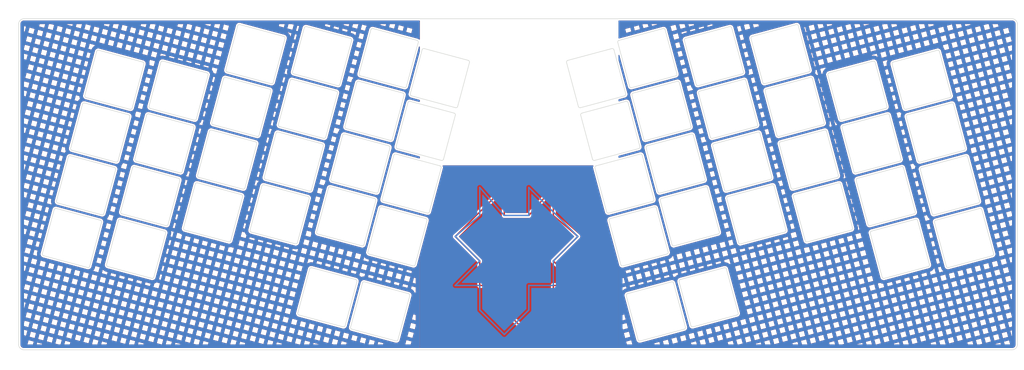
<source format=kicad_pcb>
(kicad_pcb (version 20220131) (generator pcbnew)
  (title_block (title "plate") (rev "v1.0.0") (company "Unknown"))
  (layers (0 "F.Cu" signal) (31 "B.Cu" signal) (34 "B.Paste" user) (35 "F.Paste" user) (36 "B.SilkS" user "B.Silkscreen") (37 "F.SilkS" user "F.Silkscreen") (38 "B.Mask" user) (39 "F.Mask" user) (44 "Edge.Cuts" user))
  (net 0 "")
  (gr_line (start 212 181.5) (end 212 174.5) (stroke (width 0.4)) (layer "F.Cu"))
  (gr_line (start 219 188.5) (end 212 181.5) (stroke (width 0.4)) (layer "F.Cu"))
  (gr_line (start 226 154.5) (end 233 160.5) (stroke (width 0.4)) (layer "F.Cu"))
  (gr_line (start 219 154.5) (end 226 146.5) (stroke (width 0.4)) (layer "F.Cu"))
  (gr_line (start 233 174.5) (end 226 174.5) (stroke (width 0.4)) (layer "F.Cu"))
  (gr_line (start 233 160.5) (end 226 167.5) (stroke (width 0.4)) (layer "F.Cu"))
  (gr_line (start 212 146.5) (end 212 154.5) (stroke (width 0.4)) (layer "F.Cu"))
  (gr_line (start 212 154.5) (end 219 154.5) (stroke (width 0.4)) (layer "F.Cu"))
  (gr_line (start 205 174.5) (end 205 167.5) (stroke (width 0.4)) (layer "F.Cu"))
  (gr_line (start 212 174.5) (end 205 174.5) (stroke (width 0.4)) (layer "F.Cu"))
  (gr_line (start 226 181.5) (end 219 188.5) (stroke (width 0.4)) (layer "F.Cu"))
  (gr_line (start 198 160.5) (end 212 146.5) (stroke (width 0.4)) (layer "F.Cu"))
  (gr_line (start 226 174.5) (end 226 181.5) (stroke (width 0.4)) (layer "F.Cu"))
  (gr_line (start 205 167.5) (end 198 160.5) (stroke (width 0.4)) (layer "F.Cu"))
  (gr_line (start 226 167.5) (end 233 174.5) (stroke (width 0.4)) (layer "F.Cu"))
  (gr_line (start 226 146.5) (end 226 154.5) (stroke (width 0.4)) (layer "F.Cu"))
  (gr_line (start 226 174.5) (end 219 174.5) (stroke (width 0.4)) (layer "B.Cu"))
  (gr_line (start 233 160.5) (end 226 167.5) (stroke (width 0.4)) (layer "B.Cu"))
  (gr_line (start 219 154.5) (end 219 146.5) (stroke (width 0.4)) (layer "B.Cu"))
  (gr_line (start 198 174.5) (end 205 167.5) (stroke (width 0.4)) (layer "B.Cu"))
  (gr_line (start 205 146.5) (end 212 154.5) (stroke (width 0.4)) (layer "B.Cu"))
  (gr_line (start 212 188.5) (end 205 181.5) (stroke (width 0.4)) (layer "B.Cu"))
  (gr_line (start 198 160.5) (end 205 154.5) (stroke (width 0.4)) (layer "B.Cu"))
  (gr_line (start 212 154.5) (end 219 154.5) (stroke (width 0.4)) (layer "B.Cu"))
  (gr_line (start 226 167.5) (end 226 174.5) (stroke (width 0.4)) (layer "B.Cu"))
  (gr_line (start 205 154.5) (end 205 146.5) (stroke (width 0.4)) (layer "B.Cu"))
  (gr_line (start 219 146.5) (end 233 160.5) (stroke (width 0.4)) (layer "B.Cu"))
  (gr_line (start 219 174.5) (end 219 181.5) (stroke (width 0.4)) (layer "B.Cu"))
  (gr_line (start 205 167.5) (end 198 160.5) (stroke (width 0.4)) (layer "B.Cu"))
  (gr_line (start 219 181.5) (end 212 188.5) (stroke (width 0.4)) (layer "B.Cu"))
  (gr_line (start 205 181.5) (end 205 174.5) (stroke (width 0.4)) (layer "B.Cu"))
  (gr_line (start 205 174.5) (end 198 174.5) (stroke (width 0.4)) (layer "B.Cu"))
  (gr_arc (start 339.609681 122.3476) (mid 339.98909 122.39755) (end 340.222053 122.701152) (stroke (width 0.15)) (layer "Edge.Cuts"))
  (gr_arc (start 330.676112 139.235208) (mid 330.296702 139.185258) (end 330.063739 138.881655) (stroke (width 0.15)) (layer "Edge.Cuts"))
  (gr_arc (start 128.874121 128.543163) (mid 128.570518 128.3102) (end 128.520567 127.930791) (stroke (width 0.15)) (layer "Edge.Cuts"))
  (gr_line (start 250.784524 190.354521) (end 263.341559 186.989873) (stroke (width 0.15)) (layer "Edge.Cuts"))
  (gr_line (start 74.91934 192.87934) (end 356.91934 192.87934) (stroke (width 0.15)) (layer "Edge.Cuts"))
  (gr_line (start 246.72166 121.872603) (end 234.164625 125.23725) (stroke (width 0.15)) (layer "Edge.Cuts"))
  (gr_arc (start 193.636477 140.305693) (mid 193.94008 140.538656) (end 193.990031 140.918065) (stroke (width 0.15)) (layer "Edge.Cuts"))
  (gr_line (start 347.624278 150.326631) (end 344.259631 137.769595) (stroke (width 0.15)) (layer "Edge.Cuts"))
  (gr_line (start 155.98143 149.083962) (end 143.424394 145.719314) (stroke (width 0.15)) (layer "Edge.Cuts"))
  (gr_line (start 237.788091 138.760212) (end 250.345127 135.395564) (stroke (width 0.15)) (layer "Edge.Cuts"))
  (gr_line (start 311.393266 158.067677) (end 308.028619 145.510641) (stroke (width 0.15)) (layer "Edge.Cuts"))
  (gr_arc (start 161.04549 132.116484) (mid 160.812527 132.420087) (end 160.433118 132.470038) (stroke (width 0.15)) (layer "Edge.Cuts"))
  (gr_arc (start 164.056584 118.947076) (mid 164.360187 119.180039) (end 164.410138 119.559448) (stroke (width 0.15)) (layer "Edge.Cuts"))
  (gr_arc (start 246.807504 177.443932) (mid 246.857454 177.064522) (end 247.161057 176.831559) (stroke (width 0.15)) (layer "Edge.Cuts"))
  (gr_line (start 288.353728 143.561461) (end 284.989081 131.004425) (stroke (width 0.15)) (layer "Edge.Cuts"))
  (gr_line (start 265.374747 131.213098) (end 252.817711 134.577746) (stroke (width 0.15)) (layer "Edge.Cuts"))
  (gr_line (start 320.428705 172.469876) (end 332.985741 169.105229) (stroke (width 0.15)) (layer "Edge.Cuts"))
  (gr_line (start 290.46808 134.065665) (end 293.832728 146.6227) (stroke (width 0.15)) (layer "Edge.Cuts"))
  (gr_arc (start 356.91934 98.27934) (mid 357.98 98.71868) (end 358.41934 99.77934) (stroke (width 0.15)) (layer "Edge.Cuts"))
  (gr_arc (start 261.33717 116.144655) (mid 261.716579 116.194606) (end 261.949542 116.498209) (stroke (width 0.15)) (layer "Edge.Cuts"))
  (gr_arc (start 252.4036 133.032265) (mid 252.024191 132.982314) (end 251.791228 132.678711) (stroke (width 0.15)) (layer "Edge.Cuts"))
  (gr_line (start 138.005952 146.6227) (end 141.370599 134.065665) (stroke (width 0.15)) (layer "Edge.Cuts"))
  (gr_arc (start 263.695112 186.377502) (mid 263.645162 186.756911) (end 263.341559 186.989873) (stroke (width 0.15)) (layer "Edge.Cuts"))
  (gr_arc (start 343.586701 135.258188) (mid 343.536751 135.637598) (end 343.233148 135.870561) (stroke (width 0.15)) (layer "Edge.Cuts"))
  (gr_arc (start 180.46707 137.294598) (mid 180.700033 136.990996) (end 181.079442 136.941046) (stroke (width 0.15)) (layer "Edge.Cuts"))
  (gr_line (start 123.108595 128.810029) (end 110.551559 125.445381) (stroke (width 0.15)) (layer "Edge.Cuts"))
  (gr_arc (start 132.911697 113.474721) (mid 132.608094 113.241758) (end 132.558144 112.862348) (stroke (width 0.15)) (layer "Edge.Cuts"))
  (gr_arc (start 237.788091 138.760212) (mid 237.408682 138.710261) (end 237.175719 138.406658) (stroke (width 0.15)) (layer "Edge.Cuts"))
  (gr_line (start 128.874121 128.543163) (end 141.431157 131.907811) (stroke (width 0.15)) (layer "Edge.Cuts"))
  (gr_line (start 139.800928 159.242276) (end 152.357963 162.606923) (stroke (width 0.15)) (layer "Edge.Cuts"))
  (gr_arc (start 156.439771 169.782888) (mid 156.672734 169.479285) (end 157.052144 169.429335) (stroke (width 0.15)) (layer "Edge.Cuts"))
  (gr_arc (start 177.455976 150.464007) (mid 177.152373 150.231044) (end 177.102422 149.851635) (stroke (width 0.15)) (layer "Edge.Cuts"))
  (gr_line (start 173.926714 101.429766) (end 170.562067 113.986802) (stroke (width 0.15)) (layer "Edge.Cuts"))
  (gr_line (start 161.813983 146.635095) (end 158.449335 159.19213) (stroke (width 0.15)) (layer "Edge.Cuts"))
  (gr_line (start 170.91562 114.599174) (end 183.472656 117.963822) (stroke (width 0.15)) (layer "Edge.Cuts"))
  (gr_line (start 256.501735 150.258561) (end 259.866382 162.815597) (stroke (width 0.15)) (layer "Edge.Cuts"))
  (gr_line (start 292.391305 158.629904) (end 289.026658 146.072868) (stroke (width 0.15)) (layer "Edge.Cuts"))
  (gr_line (start 343.586701 135.258188) (end 340.222053 122.701152) (stroke (width 0.15)) (layer "Edge.Cuts"))
  (gr_line (start 252.403601 133.032265) (end 264.960636 129.667617) (stroke (width 0.15)) (layer "Edge.Cuts"))
  (gr_arc (start 229.773494 110.781179) (mid 229.823445 110.40177) (end 230.127048 110.168807) (stroke (width 0.15)) (layer "Edge.Cuts"))
  (gr_line (start 120.097501 141.979437) (end 123.462149 129.422401) (stroke (width 0.15)) (layer "Edge.Cuts"))
  (gr_arc (start 115.033442 158.946915) (mid 115.337044 159.179878) (end 115.386994 159.559287) (stroke (width 0.15)) (layer "Edge.Cuts"))
  (gr_line (start 142.043529 131.554257) (end 145.408176 118.997222) (stroke (width 0.15)) (layer "Edge.Cuts"))
  (gr_line (start 174.983391 149.646189) (end 162.426355 146.281541) (stroke (width 0.15)) (layer "Edge.Cuts"))
  (gr_line (start 278.763556 182.339924) (end 275.398908 169.782888) (stroke (width 0.15)) (layer "Edge.Cuts"))
  (gr_line (start 169.889137 116.498209) (end 166.52449 129.055245) (stroke (width 0.15)) (layer "Edge.Cuts"))
  (gr_arc (start 139.800928 159.242276) (mid 139.497325 159.009313) (end 139.447374 158.629904) (stroke (width 0.15)) (layer "Edge.Cuts"))
  (gr_arc (start 329.362274 155.582267) (mid 329.741684 155.632217) (end 329.974647 155.93582) (stroke (width 0.15)) (layer "Edge.Cuts"))
  (gr_line (start 184.677622 176.831559) (end 172.120586 173.466912) (stroke (width 0.15)) (layer "Edge.Cuts"))
  (gr_arc (start 279.480715 162.606923) (mid 279.101306 162.556973) (end 278.868344 162.25337) (stroke (width 0.15)) (layer "Edge.Cuts"))
  (gr_line (start 146.081106 116.485815) (end 149.445754 103.928779) (stroke (width 0.15)) (layer "Edge.Cuts"))
  (gr_arc (start 252.464158 135.190119) (mid 252.514108 134.810709) (end 252.817711 134.577746) (stroke (width 0.15)) (layer "Edge.Cuts"))
  (gr_arc (start 142.812022 146.072868) (mid 143.044985 145.769265) (end 143.424394 145.719314) (stroke (width 0.15)) (layer "Edge.Cuts"))
  (gr_arc (start 189.5989 155.374136) (mid 189.902503 155.607099) (end 189.952454 155.986508) (stroke (width 0.15)) (layer "Edge.Cuts"))
  (gr_line (start 330.676112 139.235208) (end 343.233148 135.870561) (stroke (width 0.15)) (layer "Edge.Cuts"))
  (gr_arc (start 80.530378 166.007446) (mid 80.226775 165.774483) (end 80.176824 165.395074) (stroke (width 0.15)) (layer "Edge.Cuts"))
  (gr_arc (start 150.887177 115.935982) (mid 151.120139 115.632379) (end 151.499548 115.582429) (stroke (width 0.15)) (layer "Edge.Cuts"))
  (gr_line (start 80.530378 166.007446) (end 93.087413 169.372094) (stroke (width 0.15)) (layer "Edge.Cuts"))
  (gr_arc (start 338.751265 169.372093) (mid 338.371856 169.322143) (end 338.138894 169.01854) (stroke (width 0.15)) (layer "Edge.Cuts"))
  (gr_arc (start 246.72166 121.872603) (mid 247.10107 121.922553) (end 247.334033 122.226156) (stroke (width 0.15)) (layer "Edge.Cuts"))
  (gr_arc (start 241.886225 155.986508) (mid 241.936176 155.607099) (end 242.239779 155.374136) (stroke (width 0.15)) (layer "Edge.Cuts"))
  (gr_line (start 95.654203 107.63271) (end 92.289556 120.189745) (stroke (width 0.15)) (layer "Edge.Cuts"))
  (gr_line (start 96.71088 155.849132) (end 84.153844 152.484485) (stroke (width 0.15)) (layer "Edge.Cuts"))
  (gr_line (start 161.04549 132.116484) (end 164.410138 119.559448) (stroke (width 0.15)) (layer "Edge.Cuts"))
  (gr_arc (start 98.852938 169.105229) (mid 98.549335 168.872266) (end 98.499385 168.492856) (stroke (width 0.15)) (layer "Edge.Cuts"))
  (gr_line (start 83.541472 152.838038) (end 80.176824 165.395074) (stroke (width 0.15)) (layer "Edge.Cuts"))
  (gr_arc (start 321.28712 125.445381) (mid 321.666529 125.495332) (end 321.899492 125.798935) (stroke (width 0.15)) (layer "Edge.Cuts"))
  (gr_line (start 168.094161 103.878633) (end 155.537125 100.513986) (stroke (width 0.15)) (layer "Edge.Cuts"))
  (gr_arc (start 312.414109 144.490844) (mid 312.464059 144.111435) (end 312.767661 143.878472) (stroke (width 0.15)) (layer "Edge.Cuts"))
  (gr_line (start 176.429492 152.363042) (end 173.064845 164.920078) (stroke (width 0.15)) (layer "Edge.Cuts"))
  (gr_arc (start 180.047451 132.678711) (mid 179.814488 132.982314) (end 179.435079 133.032265) (stroke (width 0.15)) (layer "Edge.Cuts"))
  (gr_line (start 260.478755 163.16915) (end 273.035791 159.804503) (stroke (width 0.15)) (layer "Edge.Cuts"))
  (gr_arc (start 119.071019 143.878471) (mid 119.374622 144.111434) (end 119.424572 144.490844) (stroke (width 0.15)) (layer "Edge.Cuts"))
  (gr_line (start 286.369946 116.839368) (end 298.926982 113.47472) (stroke (width 0.15)) (layer "Edge.Cuts"))
  (gr_arc (start 250.759238 136.941045) (mid 251.138647 136.990996) (end 251.37161 137.294599) (stroke (width 0.15)) (layer "Edge.Cuts"))
  (gr_line (start 110.96567 123.8999) (end 123.522706 127.264547) (stroke (width 0.15)) (layer "Edge.Cuts"))
  (gr_line (start 189.598901 155.374136) (end 177.041865 152.009488) (stroke (width 0.15)) (layer "Edge.Cuts"))
  (gr_arc (start 138.005952 146.622701) (mid 137.772989 146.926304) (end 137.393579 146.976254) (stroke (width 0.15)) (layer "Edge.Cuts"))
  (gr_line (start 184.504647 122.226156) (end 181.139999 134.783192) (stroke (width 0.15)) (layer "Edge.Cuts"))
  (gr_line (start 151.913659 114.036947) (end 164.470695 117.401595) (stroke (width 0.15)) (layer "Edge.Cuts"))
  (gr_arc (start 261.875947 173.406355) (mid 261.925897 173.026945) (end 262.2295 172.793982) (stroke (width 0.15)) (layer "Edge.Cuts"))
  (gr_arc (start 158.802888 159.804503) (mid 158.499285 159.57154) (end 158.449335 159.19213) (stroke (width 0.15)) (layer "Edge.Cuts"))
  (gr_line (start 261.276613 113.986802) (end 257.911965 101.429766) (stroke (width 0.15)) (layer "Edge.Cuts"))
  (gr_line (start 131.885215 115.373755) (end 128.520567 127.930791) (stroke (width 0.15)) (layer "Edge.Cuts"))
  (gr_line (start 317.249543 110.376938) (end 304.692507 113.741586) (stroke (width 0.15)) (layer "Edge.Cuts"))
  (gr_line (start 171.508214 173.820465) (end 168.143567 186.377501) (stroke (width 0.15)) (layer "Edge.Cuts"))
  (gr_line (start 102.890516 154.036786) (end 115.447552 157.401433) (stroke (width 0.15)) (layer "Edge.Cuts"))
  (gr_arc (start 333.339294 168.492856) (mid 333.289344 168.872266) (end 332.985741 169.105229) (stroke (width 0.15)) (layer "Edge.Cuts"))
  (gr_line (start 180.467069 137.294599) (end 177.102422 149.851635) (stroke (width 0.15)) (layer "Edge.Cuts"))
  (gr_line (start 162.840466 144.73606) (end 175.397502 148.100707) (stroke (width 0.15)) (layer "Edge.Cuts"))
  (gr_arc (start 295.303515 99.95176) (mid 295.682924 100.00171) (end 295.915887 100.305312) (stroke (width 0.15)) (layer "Edge.Cuts"))
  (gr_arc (start 280.278574 113.424575) (mid 280.228623 113.803984) (end 279.92502 114.036947) (stroke (width 0.15)) (layer "Edge.Cuts"))
  (gr_line (start 87.579049 137.769595) (end 84.214401 150.326631) (stroke (width 0.15)) (layer "Edge.Cuts"))
  (gr_arc (start 330.736669 141.393062) (mid 330.786619 141.013652) (end 331.090222 140.780689) (stroke (width 0.15)) (layer "Edge.Cuts"))
  (gr_line (start 280.339131 115.582429) (end 267.782095 118.947076) (stroke (width 0.15)) (layer "Edge.Cuts"))
  (gr_line (start 135.922792 100.305312) (end 132.558144 112.862348) (stroke (width 0.15)) (layer "Edge.Cuts"))
  (gr_arc (start 88.605531 135.870561) (mid 88.301928 135.637598) (end 88.251978 135.258188) (stroke (width 0.15)) (layer "Edge.Cuts"))
  (gr_line (start 334.774246 156.461505) (end 338.138894 169.01854) (stroke (width 0.15)) (layer "Edge.Cuts"))
  (gr_line (start 284.376708 130.650871) (end 271.819672 134.015519) (stroke (width 0.15)) (layer "Edge.Cuts"))
  (gr_arc (start 112.022347 172.116322) (mid 111.789384 172.419925) (end 111.409975 172.469876) (stroke (width 0.15)) (layer "Edge.Cuts"))
  (gr_line (start 290.407523 131.907811) (end 302.964559 128.543163) (stroke (width 0.15)) (layer "Edge.Cuts"))
  (gr_arc (start 267.428542 119.559449) (mid 267.478492 119.180039) (end 267.782095 118.947076) (stroke (width 0.15)) (layer "Edge.Cuts"))
  (gr_line (start 335.572104 107.279156) (end 323.015068 110.643804) (stroke (width 0.15)) (layer "Edge.Cuts"))
  (gr_line (start 338.751266 169.372094) (end 351.308302 166.007446) (stroke (width 0.15)) (layer "Edge.Cuts"))
  (gr_arc (start 248.366023 117.963822) (mid 247.986614 117.913871) (end 247.753651 117.610268) (stroke (width 0.15)) (layer "Edge.Cuts"))
  (gr_arc (start 325.324697 140.513825) (mid 325.704106 140.563775) (end 325.937069 140.867377) (stroke (width 0.15)) (layer "Edge.Cuts"))
  (gr_line (start 91.616626 122.701152) (end 88.251978 135.258188) (stroke (width 0.15)) (layer "Edge.Cuts"))
  (gr_arc (start 326.638535 124.166765) (mid 326.259125 124.116815) (end 326.026162 123.813212) (stroke (width 0.15)) (layer "Edge.Cuts"))
  (gr_line (start 154.924753 100.867539) (end 151.560106 113.424575) (stroke (width 0.15)) (layer "Edge.Cuts"))
  (gr_arc (start 166.878043 129.667616) (mid 166.57444 129.434654) (end 166.52449 129.055245) (stroke (width 0.15)) (layer "Edge.Cuts"))
  (gr_line (start 279.480716 162.606923) (end 292.037752 159.242276) (stroke (width 0.15)) (layer "Edge.Cuts"))
  (gr_line (start 286.430503 118.997222) (end 289.79515 131.554257) (stroke (width 0.15)) (layer "Edge.Cuts"))
  (gr_line (start 256.441178 148.100707) (end 268.998214 144.73606) (stroke (width 0.15)) (layer "Edge.Cuts"))
  (gr_line (start 123.810061 145.510641) (end 120.445413 158.067677) (stroke (width 0.15)) (layer "Edge.Cuts"))
  (gr_arc (start 108.823611 110.643804) (mid 109.127214 110.876767) (end 109.177165 111.256176) (stroke (width 0.15)) (layer "Edge.Cuts"))
  (gr_line (start 316.391128 157.401433) (end 328.948164 154.036786) (stroke (width 0.15)) (layer "Edge.Cuts"))
  (gr_arc (start 326.699093 126.324619) (mid 326.749043 125.94521) (end 327.052645 125.712247) (stroke (width 0.15)) (layer "Edge.Cuts"))
  (gr_line (start 153.428677 182.952296) (end 165.985713 186.316944) (stroke (width 0.15)) (layer "Edge.Cuts"))
  (gr_line (start 329.301717 153.424413) (end 325.937069 140.867377) (stroke (width 0.15)) (layer "Edge.Cuts"))
  (gr_line (start 254.796815 152.009488) (end 242.239779 155.374136) (stroke (width 0.15)) (layer "Edge.Cuts"))
  (gr_arc (start 198.700538 123.338216) (mid 198.467575 123.641819) (end 198.088165 123.691769) (stroke (width 0.15)) (layer "Edge.Cuts"))
  (gr_arc (start 146.849599 131.004425) (mid 147.082562 130.700822) (end 147.461971 130.650871) (stroke (width 0.15)) (layer "Edge.Cuts"))
  (gr_line (start 312.414108 144.490844) (end 315.778755 157.04788) (stroke (width 0.15)) (layer "Edge.Cuts"))
  (gr_arc (start 298.482677 162.044697) (mid 298.103268 161.994746) (end 297.870305 161.691143) (stroke (width 0.15)) (layer "Edge.Cuts"))
  (gr_arc (start 286.369946 116.839368) (mid 285.990536 116.789418) (end 285.757573 116.485815) (stroke (width 0.15)) (layer "Edge.Cuts"))
  (gr_line (start 158.802889 159.804503) (end 171.359925 163.16915) (stroke (width 0.15)) (layer "Edge.Cuts"))
  (gr_line (start 288.414285 145.719314) (end 275.857249 149.083962) (stroke (width 0.15)) (layer "Edge.Cuts"))
  (gr_arc (start 343.647258 137.416042) (mid 344.026668 137.465992) (end 344.259631 137.769595) (stroke (width 0.15)) (layer "Edge.Cuts"))
  (gr_arc (start 303.378669 130.088645) (mid 303.758079 130.138595) (end 303.991042 130.442198) (stroke (width 0.15)) (layer "Edge.Cuts"))
  (gr_line (start 244.389004 105.053232) (end 247.753651 117.610268) (stroke (width 0.15)) (layer "Edge.Cuts"))
  (gr_arc (start 299.280534 112.862348) (mid 299.230584 113.241757) (end 298.926982 113.47472) (stroke (width 0.15)) (layer "Edge.Cuts"))
  (gr_line (start 271.405562 132.470038) (end 283.962598 129.10539) (stroke (width 0.15)) (layer "Edge.Cuts"))
  (gr_line (start 241.825668 153.828655) (end 254.382704 150.464007) (stroke (width 0.15)) (layer "Edge.Cuts"))
  (gr_arc (start 155.981429 149.083962) (mid 156.285032 149.316925) (end 156.334983 149.696334) (stroke (width 0.15)) (layer "Edge.Cuts"))
  (gr_line (start 98.852939 169.105229) (end 111.409975 172.469876) (stroke (width 0.15)) (layer "Edge.Cuts"))
  (gr_arc (start 258.773835 164.920078) (mid 258.723884 165.299487) (end 258.420281 165.53245) (stroke (width 0.15)) (layer "Edge.Cuts"))
  (gr_arc (start 265.852966 186.316944) (mid 265.473557 186.266993) (end 265.240594 185.96339) (stroke (width 0.15)) (layer "Edge.Cuts"))
  (gr_arc (start 334.713689 154.303651) (mid 334.334279 154.253701) (end 334.101316 153.950098) (stroke (width 0.15)) (layer "Edge.Cuts"))
  (gr_line (start 187.096122 104.44086) (end 174.539087 101.076213) (stroke (width 0.15)) (layer "Edge.Cuts"))
  (gr_line (start 119.071018 143.878472) (end 106.513982 140.513824) (stroke (width 0.15)) (layer "Edge.Cuts"))
  (gr_line (start 330.736669 141.393062) (end 334.101316 153.950098) (stroke (width 0.15)) (layer "Edge.Cuts"))
  (gr_line (start 322.661515 111.256176) (end 326.026162 123.813212) (stroke (width 0.15)) (layer "Edge.Cuts"))
  (gr_line (start 329.362274 155.582267) (end 316.805238 158.946914) (stroke (width 0.15)) (layer "Edge.Cuts"))
  (gr_arc (start 171.508214 173.820466) (mid 171.741177 173.516863) (end 172.120586 173.466912) (stroke (width 0.15)) (layer "Edge.Cuts"))
  (gr_line (start 198.700538 123.338216) (end 202.065185 110.78118) (stroke (width 0.15)) (layer "Edge.Cuts"))
  (gr_line (start 265.852967 186.316944) (end 278.410002 182.952296) (stroke (width 0.15)) (layer "Edge.Cuts"))
  (gr_arc (start 256.441178 148.100707) (mid 256.061768 148.050757) (end 255.828805 147.747154) (stroke (width 0.15)) (layer "Edge.Cuts"))
  (gr_arc (start 276.301553 100.513986) (mid 276.680963 100.563936) (end 276.913926 100.867539) (stroke (width 0.15)) (layer "Edge.Cuts"))
  (gr_arc (start 284.316151 128.493017) (mid 284.266201 128.872427) (end 283.962598 129.10539) (stroke (width 0.15)) (layer "Edge.Cuts"))
  (gr_arc (start 271.466119 134.627892) (mid 271.516069 134.248482) (end 271.819672 134.015519) (stroke (width 0.15)) (layer "Edge.Cuts"))
  (gr_line (start 100.748457 140.780689) (end 88.191421 137.416042) (stroke (width 0.15)) (layer "Edge.Cuts"))
  (gr_arc (start 194.662961 138.406659) (mid 194.429998 138.710262) (end 194.050588 138.760212) (stroke (width 0.15)) (layer "Edge.Cuts"))
  (gr_line (start 257.299593 101.076213) (end 244.742557 104.44086) (stroke (width 0.15)) (layer "Edge.Cuts"))
  (gr_line (start 113.976764 110.730492) (end 110.612117 123.287527) (stroke (width 0.15)) (layer "Edge.Cuts"))
  (gr_line (start 326.638535 124.166765) (end 339.19557 120.802118) (stroke (width 0.15)) (layer "Edge.Cuts"))
  (gr_arc (start 307.355689 142.999233) (mid 307.305739 143.378643) (end 307.002136 143.611606) (stroke (width 0.15)) (layer "Edge.Cuts"))
  (gr_arc (start 237.848648 140.918065) (mid 237.898599 140.538656) (end 238.202202 140.305693) (stroke (width 0.15)) (layer "Edge.Cuts"))
  (gr_line (start 108.823611 110.643804) (end 96.266575 107.279156) (stroke (width 0.15)) (layer "Edge.Cuts"))
  (gr_line (start 246.807504 177.443932) (end 250.172151 190.000968) (stroke (width 0.15)) (layer "Edge.Cuts"))
  (gr_line (start 112.022347 172.116323) (end 115.386994 159.559287) (stroke (width 0.15)) (layer "Edge.Cuts"))
  (gr_arc (start 188.542224 107.157714) (mid 188.775187 106.854111) (end 189.154596 106.80416) (stroke (width 0.15)) (layer "Edge.Cuts"))
  (gr_arc (start 127.146172 113.741586) (mid 127.449775 113.974549) (end 127.499726 114.353958) (stroke (width 0.15)) (layer "Edge.Cuts"))
  (gr_arc (start 197.674055 125.23725) (mid 197.977658 125.470213) (end 198.027608 125.849623) (stroke (width 0.15)) (layer "Edge.Cuts"))
  (gr_line (start 106.928093 138.968343) (end 119.485129 142.33299) (stroke (width 0.15)) (layer "Edge.Cuts"))
  (gr_line (start 275.443139 147.538481) (end 288.000175 144.173833) (stroke (width 0.15)) (layer "Edge.Cuts"))
  (gr_line (start 105.90161 140.867377) (end 102.536962 153.424413) (stroke (width 0.15)) (layer "Edge.Cuts"))
  (gr_arc (start 73.41934 99.77934) (mid 73.85868 98.71868) (end 74.91934 98.27934) (stroke (width 0.15)) (layer "Edge.Cuts"))
  (gr_arc (start 246.661102 119.714749) (mid 246.611152 120.094158) (end 246.30755 120.327121) (stroke (width 0.15)) (layer "Edge.Cuts"))
  (gr_arc (start 339.549124 120.189746) (mid 339.499173 120.569155) (end 339.19557 120.802118) (stroke (width 0.15)) (layer "Edge.Cuts"))
  (gr_line (start 116.059924 157.04788) (end 119.424572 144.490844) (stroke (width 0.15)) (layer "Edge.Cuts"))
  (gr_line (start 269.351767 144.123687) (end 265.987119 131.566652) (stroke (width 0.15)) (layer "Edge.Cuts"))
  (gr_line (start 165.85156 131.566652) (end 162.486912 144.123687) (stroke (width 0.15)) (layer "Edge.Cuts"))
  (gr_line (start 246.661103 119.714749) (end 243.296456 107.157713) (stroke (width 0.15)) (layer "Edge.Cuts"))
  (gr_line (start 303.318112 127.930791) (end 299.953465 115.373755) (stroke (width 0.15)) (layer "Edge.Cuts"))
  (gr_arc (start 271.405561 132.470038) (mid 271.026152 132.420087) (end 270.793189 132.116484) (stroke (width 0.15)) (layer "Edge.Cuts"))
  (gr_line (start 303.378669 130.088645) (end 290.821633 133.453292) (stroke (width 0.15)) (layer "Edge.Cuts"))
  (gr_line (start 233.811071 125.849623) (end 237.175719 138.406658) (stroke (width 0.15)) (layer "Edge.Cuts"))
  (gr_line (start 166.878043 129.667617) (end 179.435079 133.032265) (stroke (width 0.15)) (layer "Edge.Cuts"))
  (gr_arc (start 259.718092 173.466912) (mid 260.097502 173.516862) (end 260.330465 173.820465) (stroke (width 0.15)) (layer "Edge.Cuts"))
  (gr_arc (start 83.541472 152.838039) (mid 83.774435 152.534436) (end 84.153844 152.484485) (stroke (width 0.15)) (layer "Edge.Cuts"))
  (gr_arc (start 106.928092 138.968342) (mid 106.62449 138.735379) (end 106.57454 138.35597) (stroke (width 0.15)) (layer "Edge.Cuts"))
  (gr_line (start 145.054623 118.384849) (end 132.497587 115.020202) (stroke (width 0.15)) (layer "Edge.Cuts"))
  (gr_arc (start 282.392926 103.928779) (mid 282.442876 103.549369) (end 282.746479 103.316406) (stroke (width 0.15)) (layer "Edge.Cuts"))
  (gr_arc (start 321.226563 123.287528) (mid 321.176612 123.666937) (end 320.873009 123.8999) (stroke (width 0.15)) (layer "Edge.Cuts"))
  (gr_arc (start 124.836544 143.611606) (mid 124.532941 143.378643) (end 124.48299 142.999234) (stroke (width 0.15)) (layer "Edge.Cuts"))
  (gr_arc (start 105.90161 140.867378) (mid 106.134573 140.563775) (end 106.513982 140.513824) (stroke (width 0.15)) (layer "Edge.Cuts"))
  (gr_arc (start 316.391128 157.401433) (mid 316.011718 157.351483) (end 315.778755 157.04788) (stroke (width 0.15)) (layer "Edge.Cuts"))
  (gr_arc (start 325.26414 138.355971) (mid 325.214189 138.73538) (end 324.910586 138.968343) (stroke (width 0.15)) (layer "Edge.Cuts"))
  (gr_arc (start 322.661515 111.256177) (mid 322.711465 110.876767) (end 323.015068 110.643804) (stroke (width 0.15)) (layer "Edge.Cuts"))
  (gr_arc (start 92.643108 120.802117) (mid 92.339506 120.569154) (end 92.289556 120.189745) (stroke (width 0.15)) (layer "Edge.Cuts"))
  (gr_line (start 261.33717 116.144655) (end 248.780134 119.509303) (stroke (width 0.15)) (layer "Edge.Cuts"))
  (gr_line (start 325.26414 138.35597) (end 321.899492 125.798935) (stroke (width 0.15)) (layer "Edge.Cuts"))
  (gr_line (start 339.549124 120.189745) (end 336.184476 107.63271) (stroke (width 0.15)) (layer "Edge.Cuts"))
  (gr_line (start 168.49712 186.989873) (end 181.054156 190.354521) (stroke (width 0.15)) (layer "Edge.Cuts"))
  (gr_line (start 197.674055 125.23725) (end 185.117019 121.872603) (stroke (width 0.15)) (layer "Edge.Cuts"))
  (gr_arc (start 299.341092 115.020202) (mid 299.720502 115.070152) (end 299.953465 115.373755) (stroke (width 0.15)) (layer "Edge.Cuts"))
  (gr_arc (start 181.666528 190.000967) (mid 181.433565 190.30457) (end 181.054156 190.354521) (stroke (width 0.15)) (layer "Edge.Cuts"))
  (gr_line (start 250.69868 134.783192) (end 247.334033 122.226156) (stroke (width 0.15)) (layer "Edge.Cuts"))
  (gr_line (start 237.848648 140.918065) (end 241.213296 153.475101) (stroke (width 0.15)) (layer "Edge.Cuts"))
  (gr_line (start 201.711632 110.168807) (end 189.154596 106.80416) (stroke (width 0.15)) (layer "Edge.Cuts"))
  (gr_arc (start 91.616626 122.701153) (mid 91.849589 122.39755) (end 92.228998 122.347599) (stroke (width 0.15)) (layer "Edge.Cuts"))
  (gr_line (start 181.666528 190.000968) (end 185.031176 177.443932) (stroke (width 0.15)) (layer "Edge.Cuts"))
  (gr_arc (start 294.445099 146.976253) (mid 294.06569 146.926303) (end 293.832728 146.6227) (stroke (width 0.15)) (layer "Edge.Cuts"))
  (gr_line (start 316.451685 159.559287) (end 319.816332 172.116323) (stroke (width 0.15)) (layer "Edge.Cuts"))
  (gr_line (start 294.505657 149.134107) (end 297.870305 161.691143) (stroke (width 0.15)) (layer "Edge.Cuts"))
  (gr_arc (start 248.426581 120.121676) (mid 248.476531 119.742266) (end 248.780134 119.509303) (stroke (width 0.15)) (layer "Edge.Cuts"))
  (gr_arc (start 100.748458 140.78069) (mid 101.05206 141.013653) (end 101.10201 141.393062) (stroke (width 0.15)) (layer "Edge.Cuts"))
  (gr_line (start 325.324697 140.513824) (end 312.767661 143.878472) (stroke (width 0.15)) (layer "Edge.Cuts"))
  (gr_line (start 97.737363 153.950098) (end 101.10201 141.393062) (stroke (width 0.15)) (layer "Edge.Cuts"))
  (gr_arc (start 242.684083 106.80416) (mid 243.063493 106.85411) (end 243.296456 107.157713) (stroke (width 0.15)) (layer "Edge.Cuts"))
  (gr_arc (start 320.428705 172.469876) (mid 320.049295 172.419926) (end 319.816332 172.116323) (stroke (width 0.15)) (layer "Edge.Cuts"))
  (gr_arc (start 161.813983 146.635095) (mid 162.046946 146.331492) (end 162.426355 146.281541) (stroke (width 0.15)) (layer "Edge.Cuts"))
  (gr_arc (start 265.374748 131.213099) (mid 265.754157 131.263049) (end 265.987119 131.566652) (stroke (width 0.15)) (layer "Edge.Cuts"))
  (gr_arc (start 145.054624 118.38485) (mid 145.358226 118.617813) (end 145.408176 118.997222) (stroke (width 0.15)) (layer "Edge.Cuts"))
  (gr_arc (start 147.876082 129.10539) (mid 147.572479 128.872427) (end 147.522528 128.493018) (stroke (width 0.15)) (layer "Edge.Cuts"))
  (gr_line (start 133.968375 161.691143) (end 137.333022 149.134107) (stroke (width 0.15)) (layer "Edge.Cuts"))
  (gr_line (start 120.798966 158.680049) (end 133.356002 162.044697) (stroke (width 0.15)) (layer "Edge.Cuts"))
  (gr_arc (start 105.812517 123.813211) (mid 105.579554 124.116814) (end 105.200145 124.166765) (stroke (width 0.15)) (layer "Edge.Cuts"))
  (gr_arc (start 176.429492 152.363041) (mid 176.662455 152.059438) (end 177.041865 152.009488) (stroke (width 0.15)) (layer "Edge.Cuts"))
  (gr_line (start 269.412324 146.281541) (end 256.855288 149.646189) (stroke (width 0.15)) (layer "Edge.Cuts"))
  (gr_arc (start 179.020968 134.577746) (mid 179.324571 134.810709) (end 179.374522 135.190118) (stroke (width 0.15)) (layer "Edge.Cuts"))
  (gr_line (start 267.367985 117.401595) (end 279.92502 114.036947) (stroke (width 0.15)) (layer "Edge.Cuts"))
  (gr_arc (start 113.976764 110.730491) (mid 114.209727 110.426888) (end 114.589137 110.376938) (stroke (width 0.15)) (layer "Edge.Cuts"))
  (gr_arc (start 304.338954 114.353959) (mid 304.388904 113.974549) (end 304.692507 113.741586) (stroke (width 0.15)) (layer "Edge.Cuts"))
  (gr_arc (start 267.367984 117.401595) (mid 266.988575 117.351644) (end 266.755612 117.048041) (stroke (width 0.15)) (layer "Edge.Cuts"))
  (gr_arc (start 104.786035 125.712246) (mid 105.089638 125.945209) (end 105.139588 126.324619) (stroke (width 0.15)) (layer "Edge.Cuts"))
  (gr_line (start 152.970336 162.25337) (end 156.334983 149.696334) (stroke (width 0.15)) (layer "Edge.Cuts"))
  (gr_arc (start 101.864033 155.935821) (mid 102.096996 155.632218) (end 102.476405 155.582267) (stroke (width 0.15)) (layer "Edge.Cuts"))
  (gr_arc (start 334.774246 156.461505) (mid 334.824196 156.082095) (end 335.127799 155.849132) (stroke (width 0.15)) (layer "Edge.Cuts"))
  (gr_line (start 241.886225 155.986508) (end 245.250873 168.543544) (stroke (width 0.15)) (layer "Edge.Cuts"))
  (gr_arc (start 256.501735 150.258562) (mid 256.551685 149.879152) (end 256.855288 149.646189) (stroke (width 0.15)) (layer "Edge.Cuts"))
  (gr_line (start 147.876082 129.10539) (end 160.433118 132.470038) (stroke (width 0.15)) (layer "Edge.Cuts"))
  (gr_line (start 105.812517 123.813212) (end 109.177165 111.256176) (stroke (width 0.15)) (layer "Edge.Cuts"))
  (gr_line (start 276.301554 100.513986) (end 263.744518 103.878633) (stroke (width 0.15)) (layer "Edge.Cuts"))
  (gr_arc (start 186.587807 168.543545) (mid 186.354844 168.847148) (end 185.975434 168.897098) (stroke (width 0.15)) (layer "Edge.Cuts"))
  (gr_arc (start 280.339132 115.582429) (mid 280.718541 115.632379) (end 280.951503 115.935982) (stroke (width 0.15)) (layer "Edge.Cuts"))
  (gr_arc (start 260.478755 163.16915) (mid 260.099345 163.1192) (end 259.866382 162.815597) (stroke (width 0.15)) (layer "Edge.Cuts"))
  (gr_arc (start 263.390965 104.491006) (mid 263.440915 104.111596) (end 263.744518 103.878633) (stroke (width 0.15)) (layer "Edge.Cuts"))
  (gr_line (start 193.636478 140.305693) (end 181.079442 136.941046) (stroke (width 0.15)) (layer "Edge.Cuts"))
  (gr_arc (start 110.96567 123.8999) (mid 110.662067 123.666937) (end 110.612117 123.287527) (stroke (width 0.15)) (layer "Edge.Cuts"))
  (gr_line (start 263.390965 104.491006) (end 266.755612 117.048041) (stroke (width 0.15)) (layer "Edge.Cuts"))
  (gr_arc (start 116.059924 157.047879) (mid 115.826961 157.351482) (end 115.447552 157.401433) (stroke (width 0.15)) (layer "Edge.Cuts"))
  (gr_arc (start 141.017046 133.453292) (mid 141.320649 133.686255) (end 141.370599 134.065665) (stroke (width 0.15)) (layer "Edge.Cuts"))
  (gr_arc (start 329.301717 153.424413) (mid 329.251767 153.803823) (end 328.948164 154.036786) (stroke (width 0.15)) (layer "Edge.Cuts"))
  (gr_line (start 282.392926 103.928779) (end 285.757573 116.485815) (stroke (width 0.15)) (layer "Edge.Cuts"))
  (gr_line (start 254.736257 149.851635) (end 251.37161 137.294599) (stroke (width 0.15)) (layer "Edge.Cuts"))
  (gr_line (start 165.083067 117.048041) (end 168.447715 104.491006) (stroke (width 0.15)) (layer "Edge.Cuts"))
  (gr_line (start 308.315974 127.264547) (end 320.873009 123.8999) (stroke (width 0.15)) (layer "Edge.Cuts"))
  (gr_arc (start 275.503696 149.696335) (mid 275.553646 149.316925) (end 275.857249 149.083962) (stroke (width 0.15)) (layer "Edge.Cuts"))
  (gr_arc (start 254.796815 152.009488) (mid 255.176224 152.059439) (end 255.409187 152.363042) (stroke (width 0.15)) (layer "Edge.Cuts"))
  (gr_arc (start 160.019007 134.01552) (mid 160.32261 134.248482) (end 160.37256 134.627891) (stroke (width 0.15)) (layer "Edge.Cuts"))
  (gr_arc (start 241.825668 153.828655) (mid 241.446259 153.778704) (end 241.213296 153.475101) (stroke (width 0.15)) (layer "Edge.Cuts"))
  (gr_line (start 146.849599 131.004425) (end 143.484951 143.561461) (stroke (width 0.15)) (layer "Edge.Cuts"))
  (gr_line (start 275.503696 149.696334) (end 278.868344 162.25337) (stroke (width 0.15)) (layer "Edge.Cuts"))
  (gr_arc (start 190.625384 153.475102) (mid 190.392421 153.778705) (end 190.013011 153.828655) (stroke (width 0.15)) (layer "Edge.Cuts"))
  (gr_arc (start 257.299593 101.076212) (mid 257.679002 101.126163) (end 257.911965 101.429766) (stroke (width 0.15)) (layer "Edge.Cuts"))
  (gr_arc (start 278.763556 182.339924) (mid 278.713605 182.719333) (end 278.410002 182.952296) (stroke (width 0.15)) (layer "Edge.Cuts"))
  (gr_arc (start 261.276613 113.986802) (mid 261.226662 114.366211) (end 260.923059 114.599174) (stroke (width 0.15)) (layer "Edge.Cuts"))
  (gr_line (start 115.033441 158.946914) (end 102.476405 155.582267) (stroke (width 0.15)) (layer "Edge.Cuts"))
  (gr_line (start 173.418398 165.53245) (end 185.975434 168.897098) (stroke (width 0.15)) (layer "Edge.Cuts"))
  (gr_arc (start 347.684835 152.484485) (mid 348.064245 152.534435) (end 348.297208 152.838038) (stroke (width 0.15)) (layer "Edge.Cuts"))
  (gr_arc (start 233.750515 123.691769) (mid 233.371105 123.641819) (end 233.138142 123.338216) (stroke (width 0.15)) (layer "Edge.Cuts"))
  (gr_line (start 242.684083 106.80416) (end 230.127048 110.168807) (stroke (width 0.15)) (layer "Edge.Cuts"))
  (gr_line (start 156.439771 169.782888) (end 153.075124 182.339924) (stroke (width 0.15)) (layer "Edge.Cuts"))
  (gr_line (start 164.056584 118.947076) (end 151.499548 115.582429) (stroke (width 0.15)) (layer "Edge.Cuts"))
  (gr_arc (start 254.736258 149.851635) (mid 254.686307 150.231044) (end 254.382704 150.464007) (stroke (width 0.15)) (layer "Edge.Cuts"))
  (gr_arc (start 173.418399 165.53245) (mid 173.114796 165.299487) (end 173.064845 164.920078) (stroke (width 0.15)) (layer "Edge.Cuts"))
  (gr_arc (start 136.979468 148.521735) (mid 137.283071 148.754698) (end 137.333022 149.134107) (stroke (width 0.15)) (layer "Edge.Cuts"))
  (gr_line (start 261.875947 173.406355) (end 265.240594 185.96339) (stroke (width 0.15)) (layer "Edge.Cuts"))
  (gr_line (start 267.428542 119.559448) (end 270.793189 132.116484) (stroke (width 0.15)) (layer "Edge.Cuts"))
  (gr_arc (start 152.970335 162.253371) (mid 152.737372 162.556973) (end 152.357963 162.606923) (stroke (width 0.15)) (layer "Edge.Cuts"))
  (gr_line (start 190.625384 153.475101) (end 193.990031 140.918065) (stroke (width 0.15)) (layer "Edge.Cuts"))
  (gr_arc (start 187.096122 104.44086) (mid 187.399725 104.673823) (end 187.449676 105.053232) (stroke (width 0.15)) (layer "Edge.Cuts"))
  (gr_arc (start 286.430503 118.997222) (mid 286.480453 118.617812) (end 286.784056 118.384849) (stroke (width 0.15)) (layer "Edge.Cuts"))
  (gr_arc (start 127.847638 130.442199) (mid 128.080601 130.138596) (end 128.46001 130.088645) (stroke (width 0.15)) (layer "Edge.Cuts"))
  (gr_line (start 265.31419 129.055245) (end 261.949542 116.498209) (stroke (width 0.15)) (layer "Edge.Cuts"))
  (gr_line (start 181.493552 135.395564) (end 194.050588 138.760212) (stroke (width 0.15)) (layer "Edge.Cuts"))
  (gr_arc (start 101.77494 138.881654) (mid 101.541977 139.185257) (end 101.162568 139.235208) (stroke (width 0.15)) (layer "Edge.Cuts"))
  (gr_arc (start 153.428678 182.952296) (mid 153.125075 182.719333) (end 153.075124 182.339924) (stroke (width 0.15)) (layer "Edge.Cuts"))
  (gr_arc (start 184.504646 122.226156) (mid 184.737609 121.922553) (end 185.117019 121.872603) (stroke (width 0.15)) (layer "Edge.Cuts"))
  (gr_arc (start 173.926715 101.429765) (mid 174.159678 101.126163) (end 174.539087 101.076213) (stroke (width 0.15)) (layer "Edge.Cuts"))
  (gr_line (start 248.366024 117.963822) (end 260.923059 114.599174) (stroke (width 0.15)) (layer "Edge.Cuts"))
  (gr_line (start 312.353551 142.33299) (end 324.910586 138.968343) (stroke (width 0.15)) (layer "Edge.Cuts"))
  (gr_line (start 263.695113 186.377501) (end 260.330465 173.820465) (stroke (width 0.15)) (layer "Edge.Cuts"))
  (gr_line (start 84.567955 150.939003) (end 97.124991 154.303651) (stroke (width 0.15)) (layer "Edge.Cuts"))
  (gr_arc (start 142.043529 131.554257) (mid 141.810566 131.85786) (end 141.431157 131.907811) (stroke (width 0.15)) (layer "Edge.Cuts"))
  (gr_line (start 321.28712 125.445381) (end 308.730084 128.810029) (stroke (width 0.15)) (layer "Edge.Cuts"))
  (gr_arc (start 120.097501 141.979436) (mid 119.864538 142.283039) (end 119.485129 142.33299) (stroke (width 0.15)) (layer "Edge.Cuts"))
  (gr_arc (start 292.391305 158.629903) (mid 292.341355 159.009313) (end 292.037752 159.242276) (stroke (width 0.15)) (layer "Edge.Cuts"))
  (gr_line (start 101.864033 155.93582) (end 98.499385 168.492856) (stroke (width 0.15)) (layer "Edge.Cuts"))
  (gr_arc (start 351.661855 165.395073) (mid 351.611905 165.774483) (end 351.308302 166.007446) (stroke (width 0.15)) (layer "Edge.Cuts"))
  (gr_line (start 259.718093 173.466912) (end 247.161057 176.831559) (stroke (width 0.15)) (layer "Edge.Cuts"))
  (gr_line (start 149.0922 103.316406) (end 136.535164 99.951759) (stroke (width 0.15)) (layer "Edge.Cuts"))
  (gr_arc (start 154.924753 100.86754) (mid 155.157716 100.563937) (end 155.537125 100.513986) (stroke (width 0.15)) (layer "Edge.Cuts"))
  (gr_arc (start 275.443138 147.538481) (mid 275.063729 147.48853) (end 274.830766 147.184927) (stroke (width 0.15)) (layer "Edge.Cuts"))
  (gr_arc (start 168.497119 186.989873) (mid 168.193517 186.75691) (end 168.143567 186.377501) (stroke (width 0.15)) (layer "Edge.Cuts"))
  (gr_line (start 280.278574 113.424575) (end 276.913926 100.867539) (stroke (width 0.15)) (layer "Edge.Cuts"))
  (gr_line (start 307.416246 145.157087) (end 294.859211 148.521735) (stroke (width 0.15)) (layer "Edge.Cuts"))
  (gr_line (start 308.376531 129.422401) (end 311.741178 141.979437) (stroke (width 0.15)) (layer "Edge.Cuts"))
  (gr_arc (start 133.968375 161.691144) (mid 133.735412 161.994747) (end 133.356002 162.044697) (stroke (width 0.15)) (layer "Edge.Cuts"))
  (gr_arc (start 269.351767 144.123687) (mid 269.301817 144.503097) (end 268.998214 144.73606) (stroke (width 0.15)) (layer "Edge.Cuts"))
  (gr_line (start 92.643109 120.802118) (end 105.200145 124.166765) (stroke (width 0.15)) (layer "Edge.Cuts"))
  (gr_line (start 334.713689 154.303651) (end 347.270725 150.939003) (stroke (width 0.15)) (layer "Edge.Cuts"))
  (gr_arc (start 135.922792 100.305313) (mid 136.155755 100.00171) (end 136.535164 99.951759) (stroke (width 0.15)) (layer "Edge.Cuts"))
  (gr_line (start 160.019007 134.015519) (end 147.461971 130.650871) (stroke (width 0.15)) (layer "Edge.Cuts"))
  (gr_line (start 109.939187 125.798935) (end 106.57454 138.35597) (stroke (width 0.15)) (layer "Edge.Cuts"))
  (gr_arc (start 250.784524 190.354521) (mid 250.405114 190.304571) (end 250.172151 190.000968) (stroke (width 0.15)) (layer "Edge.Cuts"))
  (gr_arc (start 307.416247 145.157087) (mid 307.795656 145.207038) (end 308.028619 145.510641) (stroke (width 0.15)) (layer "Edge.Cuts"))
  (gr_arc (start 165.85156 131.566652) (mid 166.084523 131.263049) (end 166.463932 131.213098) (stroke (width 0.15)) (layer "Edge.Cuts"))
  (gr_line (start 307.355689 142.999234) (end 303.991042 130.442198) (stroke (width 0.15)) (layer "Edge.Cuts"))
  (gr_line (start 347.684835 152.484485) (end 335.127799 155.849132) (stroke (width 0.15)) (layer "Edge.Cuts"))
  (gr_arc (start 171.972297 162.815596) (mid 171.739334 163.119199) (end 171.359925 163.16915) (stroke (width 0.15)) (layer "Edge.Cuts"))
  (gr_line (start 185.53113 120.327121) (end 198.088165 123.691769) (stroke (width 0.15)) (layer "Edge.Cuts"))
  (gr_line (start 136.979469 148.521735) (end 124.422433 145.157087) (stroke (width 0.15)) (layer "Edge.Cuts"))
  (gr_line (start 358.41934 191.37934) (end 358.41934 99.77934) (stroke (width 0.15)) (layer "Edge.Cuts"))
  (gr_arc (start 358.41934 191.37934) (mid 357.98 192.44) (end 356.91934 192.87934) (stroke (width 0.15)) (layer "Edge.Cuts"))
  (gr_arc (start 174.983391 149.64619) (mid 175.286994 149.879152) (end 175.336944 150.258561) (stroke (width 0.15)) (layer "Edge.Cuts"))
  (gr_line (start 333.339294 168.492856) (end 329.974647 155.93582) (stroke (width 0.15)) (layer "Edge.Cuts"))
  (gr_arc (start 123.81006 145.51064) (mid 124.043023 145.207037) (end 124.422433 145.157087) (stroke (width 0.15)) (layer "Edge.Cuts"))
  (gr_arc (start 146.081106 116.485814) (mid 145.848143 116.789417) (end 145.468734 116.839368) (stroke (width 0.15)) (layer "Edge.Cuts"))
  (gr_arc (start 170.915621 114.599174) (mid 170.612018 114.366211) (end 170.562067 113.986802) (stroke (width 0.15)) (layer "Edge.Cuts"))
  (gr_arc (start 124.135078 126.910993) (mid 123.902115 127.214596) (end 123.522706 127.264547) (stroke (width 0.15)) (layer "Edge.Cuts"))
  (gr_arc (start 308.376531 129.422402) (mid 308.426481 129.042992) (end 308.730084 128.810029) (stroke (width 0.15)) (layer "Edge.Cuts"))
  (gr_arc (start 284.376709 130.650871) (mid 284.756118 130.700822) (end 284.989081 131.004425) (stroke (width 0.15)) (layer "Edge.Cuts"))
  (gr_line (start 186.587806 168.543544) (end 189.952454 155.986508) (stroke (width 0.15)) (layer "Edge.Cuts"))
  (gr_line (start 177.455975 150.464007) (end 190.013011 153.828655) (stroke (width 0.15)) (layer "Edge.Cuts"))
  (gr_line (start 295.303515 99.951759) (end 282.746479 103.316406) (stroke (width 0.15)) (layer "Edge.Cuts"))
  (gr_line (start 299.280535 112.862348) (end 295.915887 100.305312) (stroke (width 0.15)) (layer "Edge.Cuts"))
  (gr_line (start 188.542224 107.157713) (end 185.177576 119.714749) (stroke (width 0.15)) (layer "Edge.Cuts"))
  (gr_arc (start 109.939187 125.798935) (mid 110.17215 125.495332) (end 110.551559 125.445381) (stroke (width 0.15)) (layer "Edge.Cuts"))
  (gr_arc (start 168.094162 103.878633) (mid 168.397765 104.111596) (end 168.447715 104.491006) (stroke (width 0.15)) (layer "Edge.Cuts"))
  (gr_line (start 183.058545 119.509303) (end 170.501509 116.144655) (stroke (width 0.15)) (layer "Edge.Cuts"))
  (gr_line (start 284.316151 128.493018) (end 280.951503 115.935982) (stroke (width 0.15)) (layer "Edge.Cuts"))
  (gr_line (start 124.836544 143.611606) (end 137.393579 146.976254) (stroke (width 0.15)) (layer "Edge.Cuts"))
  (gr_arc (start 131.885215 115.373756) (mid 132.118178 115.070153) (end 132.497587 115.020202) (stroke (width 0.15)) (layer "Edge.Cuts"))
  (gr_arc (start 151.913659 114.036946) (mid 151.610056 113.803984) (end 151.560106 113.424575) (stroke (width 0.15)) (layer "Edge.Cuts"))
  (gr_arc (start 149.092201 103.316406) (mid 149.395804 103.549369) (end 149.445754 103.928779) (stroke (width 0.15)) (layer "Edge.Cuts"))
  (gr_arc (start 273.389344 159.19213) (mid 273.339394 159.57154) (end 273.035791 159.804503) (stroke (width 0.15)) (layer "Edge.Cuts"))
  (gr_arc (start 157.007913 147.184927) (mid 156.77495 147.48853) (end 156.395541 147.538481) (stroke (width 0.15)) (layer "Edge.Cuts"))
  (gr_arc (start 316.451685 159.559287) (mid 316.501635 159.179877) (end 316.805238 158.946914) (stroke (width 0.15)) (layer "Edge.Cuts"))
  (gr_line (start 356.91934 98.27934) (end 74.91934 98.27934) (stroke (width 0.15)) (layer "Edge.Cuts"))
  (gr_line (start 142.812022 146.072868) (end 139.447374 158.629904) (stroke (width 0.15)) (layer "Edge.Cuts"))
  (gr_line (start 273.389344 159.19213) (end 270.024697 146.635095) (stroke (width 0.15)) (layer "Edge.Cuts"))
  (gr_arc (start 120.798967 158.680049) (mid 120.495364 158.447086) (end 120.445413 158.067677) (stroke (width 0.15)) (layer "Edge.Cuts"))
  (gr_arc (start 166.598085 185.96339) (mid 166.365122 186.266993) (end 165.985713 186.316944) (stroke (width 0.15)) (layer "Edge.Cuts"))
  (gr_line (start 127.146172 113.741586) (end 114.589137 110.376938) (stroke (width 0.15)) (layer "Edge.Cuts"))
  (gr_line (start 88.605532 135.870561) (end 101.162568 139.235208) (stroke (width 0.15)) (layer "Edge.Cuts"))
  (gr_line (start 245.863245 168.897098) (end 258.420281 165.53245) (stroke (width 0.15)) (layer "Edge.Cuts"))
  (gr_line (start 351.661855 165.395074) (end 348.297208 152.838038) (stroke (width 0.15)) (layer "Edge.Cuts"))
  (gr_line (start 73.41934 99.77934) (end 73.41934 191.37934) (stroke (width 0.15)) (layer "Edge.Cuts"))
  (gr_arc (start 84.567954 150.939004) (mid 84.264351 150.706041) (end 84.214401 150.326631) (stroke (width 0.15)) (layer "Edge.Cuts"))
  (gr_arc (start 233.811071 125.849622) (mid 233.861022 125.470213) (end 234.164625 125.23725) (stroke (width 0.15)) (layer "Edge.Cuts"))
  (gr_arc (start 250.69868 134.783191) (mid 250.64873 135.162601) (end 250.345127 135.395564) (stroke (width 0.15)) (layer "Edge.Cuts"))
  (gr_arc (start 74.91934 192.87934) (mid 73.85868 192.44) (end 73.41934 191.37934) (stroke (width 0.15)) (layer "Edge.Cuts"))
  (gr_arc (start 290.46808 134.065665) (mid 290.51803 133.686255) (end 290.821633 133.453292) (stroke (width 0.15)) (layer "Edge.Cuts"))
  (gr_arc (start 87.579049 137.769596) (mid 87.812012 137.465993) (end 88.191421 137.416042) (stroke (width 0.15)) (layer "Edge.Cuts"))
  (gr_line (start 258.773835 164.920078) (end 255.409187 152.363042) (stroke (width 0.15)) (layer "Edge.Cuts"))
  (gr_line (start 298.482677 162.044697) (end 311.039713 158.680049) (stroke (width 0.15)) (layer "Edge.Cuts"))
  (gr_line (start 250.759238 136.941046) (end 238.202202 140.305693) (stroke (width 0.15)) (layer "Edge.Cuts"))
  (gr_line (start 179.020968 134.577746) (end 166.463932 131.213098) (stroke (width 0.15)) (layer "Edge.Cuts"))
  (gr_line (start 274.786536 169.429335) (end 262.2295 172.793982) (stroke (width 0.15)) (layer "Edge.Cuts"))
  (gr_line (start 248.426581 120.121675) (end 251.791228 132.678711) (stroke (width 0.15)) (layer "Edge.Cuts"))
  (gr_arc (start 288.414286 145.719314) (mid 288.793695 145.769265) (end 289.026658 146.072868) (stroke (width 0.15)) (layer "Edge.Cuts"))
  (gr_arc (start 303.318112 127.93079) (mid 303.268162 128.3102) (end 302.964559 128.543163) (stroke (width 0.15)) (layer "Edge.Cuts"))
  (gr_arc (start 95.654203 107.63271) (mid 95.887166 107.329107) (end 96.266575 107.279156) (stroke (width 0.15)) (layer "Edge.Cuts"))
  (gr_arc (start 181.493553 135.395564) (mid 181.18995 135.162601) (end 181.139999 134.783192) (stroke (width 0.15)) (layer "Edge.Cuts"))
  (gr_line (start 104.786034 125.712247) (end 92.228998 122.347599) (stroke (width 0.15)) (layer "Edge.Cuts"))
  (gr_arc (start 288.353728 143.56146) (mid 288.303778 143.94087) (end 288.000175 144.173833) (stroke (width 0.15)) (layer "Edge.Cuts"))
  (gr_line (start 184.085028 117.610268) (end 187.449676 105.053232) (stroke (width 0.15)) (layer "Edge.Cuts"))
  (gr_arc (start 96.71088 155.849132) (mid 97.014483 156.082095) (end 97.064433 156.461505) (stroke (width 0.15)) (layer "Edge.Cuts"))
  (gr_line (start 141.017046 133.453292) (end 128.46001 130.088645) (stroke (width 0.15)) (layer "Edge.Cuts"))
  (gr_arc (start 102.890515 154.036786) (mid 102.586912 153.803823) (end 102.536962 153.424413) (stroke (width 0.15)) (layer "Edge.Cuts"))
  (gr_arc (start 183.058545 119.509303) (mid 183.362148 119.742266) (end 183.412099 120.121675) (stroke (width 0.15)) (layer "Edge.Cuts"))
  (gr_line (start 194.662961 138.406658) (end 198.027608 125.849623) (stroke (width 0.15)) (layer "Edge.Cuts"))
  (gr_line (start 157.007913 147.184927) (end 160.37256 134.627891) (stroke (width 0.15)) (layer "Edge.Cuts"))
  (gr_arc (start 347.624277 150.326631) (mid 347.574327 150.70604) (end 347.270725 150.939003) (stroke (width 0.15)) (layer "Edge.Cuts"))
  (gr_arc (start 274.786535 169.429335) (mid 275.165945 169.479285) (end 275.398908 169.782888) (stroke (width 0.15)) (layer "Edge.Cuts"))
  (gr_line (start 176.009874 147.747154) (end 179.374522 135.190118) (stroke (width 0.15)) (layer "Edge.Cuts"))
  (gr_line (start 132.911698 113.47472) (end 145.468734 116.839368) (stroke (width 0.15)) (layer "Edge.Cuts"))
  (gr_line (start 299.341092 115.020202) (end 286.784056 118.384849) (stroke (width 0.15)) (layer "Edge.Cuts"))
  (gr_line (start 343.647258 137.416042) (end 331.090222 140.780689) (stroke (width 0.15)) (layer "Edge.Cuts"))
  (gr_arc (start 294.505657 149.134107) (mid 294.555608 148.754698) (end 294.859211 148.521735) (stroke (width 0.15)) (layer "Edge.Cuts"))
  (gr_arc (start 312.353551 142.33299) (mid 311.974141 142.28304) (end 311.741178 141.979437) (stroke (width 0.15)) (layer "Edge.Cuts"))
  (gr_arc (start 184.677623 176.831559) (mid 184.981226 177.064522) (end 185.031176 177.443932) (stroke (width 0.15)) (layer "Edge.Cuts"))
  (gr_line (start 169.609179 172.793982) (end 157.052144 169.429335) (stroke (width 0.15)) (layer "Edge.Cuts"))
  (gr_arc (start 169.60918 172.793982) (mid 169.912783 173.026945) (end 169.962733 173.406355) (stroke (width 0.15)) (layer "Edge.Cuts"))
  (gr_line (start 339.609681 122.347599) (end 327.052645 125.712247) (stroke (width 0.15)) (layer "Edge.Cuts"))
  (gr_line (start 321.226563 123.287527) (end 317.861915 110.730492) (stroke (width 0.15)) (layer "Edge.Cuts"))
  (gr_arc (start 97.737363 153.950097) (mid 97.5044 154.2537) (end 97.124991 154.303651) (stroke (width 0.15)) (layer "Edge.Cuts"))
  (gr_arc (start 123.108595 128.810029) (mid 123.412198 129.042992) (end 123.462149 129.422401) (stroke (width 0.15)) (layer "Edge.Cuts"))
  (gr_line (start 233.750514 123.691769) (end 246.30755 120.327121) (stroke (width 0.15)) (layer "Edge.Cuts"))
  (gr_line (start 93.699786 169.01854) (end 97.064433 156.461505) (stroke (width 0.15)) (layer "Edge.Cuts"))
  (gr_line (start 304.338954 114.353958) (end 307.703601 126.910994) (stroke (width 0.15)) (layer "Edge.Cuts"))
  (gr_arc (start 265.31419 129.055245) (mid 265.264239 129.434654) (end 264.960636 129.667617) (stroke (width 0.15)) (layer "Edge.Cuts"))
  (gr_arc (start 269.412325 146.281541) (mid 269.791734 146.331492) (end 270.024697 146.635095) (stroke (width 0.15)) (layer "Edge.Cuts"))
  (gr_arc (start 169.889137 116.498209) (mid 170.1221 116.194606) (end 170.501509 116.144655) (stroke (width 0.15)) (layer "Edge.Cuts"))
  (gr_arc (start 165.083067 117.048041) (mid 164.850104 117.351644) (end 164.470695 117.401595) (stroke (width 0.15)) (layer "Edge.Cuts"))
  (gr_arc (start 245.863245 168.897098) (mid 245.483836 168.847147) (end 245.250873 168.543544) (stroke (width 0.15)) (layer "Edge.Cuts"))
  (gr_line (start 229.773494 110.78118) (end 233.138142 123.338216) (stroke (width 0.15)) (layer "Edge.Cuts"))
  (gr_line (start 101.77494 138.881655) (end 105.139588 126.324619) (stroke (width 0.15)) (layer "Edge.Cuts"))
  (gr_arc (start 335.572104 107.279156) (mid 335.951513 107.329107) (end 336.184476 107.63271) (stroke (width 0.15)) (layer "Edge.Cuts"))
  (gr_line (start 127.847638 130.442198) (end 124.48299 142.999234) (stroke (width 0.15)) (layer "Edge.Cuts"))
  (gr_arc (start 93.699786 169.018541) (mid 93.466823 169.322144) (end 93.087413 169.372094) (stroke (width 0.15)) (layer "Edge.Cuts"))
  (gr_arc (start 290.407522 131.907811) (mid 290.028113 131.85786) (end 289.79515 131.554257) (stroke (width 0.15)) (layer "Edge.Cuts"))
  (gr_arc (start 317.249543 110.376938) (mid 317.628952 110.426889) (end 317.861915 110.730492) (stroke (width 0.15)) (layer "Edge.Cuts"))
  (gr_arc (start 185.531129 120.327122) (mid 185.227526 120.094159) (end 185.177576 119.714749) (stroke (width 0.15)) (layer "Edge.Cuts"))
  (gr_line (start 294.4451 146.976254) (end 307.002136 143.611606) (stroke (width 0.15)) (layer "Edge.Cuts"))
  (gr_line (start 180.047451 132.678711) (end 183.412099 120.121675) (stroke (width 0.15)) (layer "Edge.Cuts"))
  (gr_arc (start 143.838505 144.173833) (mid 143.534902 143.94087) (end 143.484951 143.561461) (stroke (width 0.15)) (layer "Edge.Cuts"))
  (gr_line (start 271.466119 134.627891) (end 274.830766 147.184927) (stroke (width 0.15)) (layer "Edge.Cuts"))
  (gr_line (start 166.598085 185.96339) (end 169.962733 173.406355) (stroke (width 0.15)) (layer "Edge.Cuts"))
  (gr_arc (start 162.840465 144.73606) (mid 162.536862 144.503097) (end 162.486912 144.123687) (stroke (width 0.15)) (layer "Edge.Cuts"))
  (gr_line (start 150.887176 115.935982) (end 147.522528 128.493018) (stroke (width 0.15)) (layer "Edge.Cuts"))
  (gr_arc (start 308.315974 127.264547) (mid 307.936564 127.214597) (end 307.703601 126.910994) (stroke (width 0.15)) (layer "Edge.Cuts"))
  (gr_arc (start 176.009874 147.747153) (mid 175.776911 148.050756) (end 175.397502 148.100707) (stroke (width 0.15)) (layer "Edge.Cuts"))
  (gr_line (start 143.838505 144.173833) (end 156.395541 147.538481) (stroke (width 0.15)) (layer "Edge.Cuts"))
  (gr_arc (start 184.085028 117.610268) (mid 183.852065 117.913871) (end 183.472656 117.963822) (stroke (width 0.15)) (layer "Edge.Cuts"))
  (gr_line (start 326.699092 126.324619) (end 330.063739 138.881655) (stroke (width 0.15)) (layer "Edge.Cuts"))
  (gr_line (start 124.135078 126.910994) (end 127.499726 114.353958) (stroke (width 0.15)) (layer "Edge.Cuts"))
  (gr_arc (start 311.393266 158.067676) (mid 311.343316 158.447086) (end 311.039713 158.680049) (stroke (width 0.15)) (layer "Edge.Cuts"))
  (gr_line (start 171.972297 162.815597) (end 175.336944 150.258561) (stroke (width 0.15)) (layer "Edge.Cuts"))
  (gr_line (start 252.464158 135.190118) (end 255.828805 147.747154) (stroke (width 0.15)) (layer "Edge.Cuts"))
  (gr_arc (start 244.389004 105.053233) (mid 244.438954 104.673823) (end 244.742557 104.44086) (stroke (width 0.15)) (layer "Edge.Cuts"))
  (gr_arc (start 201.711632 110.168807) (mid 202.015235 110.40177) (end 202.065185 110.78118) (stroke (width 0.15)) (layer "Edge.Cuts"))
  (zone (net 0) (net_name "") (layers F&B.Cu) (connect_pads (clearance 0.508)) (min_thickness 0.254) (fill yes (thermal_gap 0.508) (thermal_bridge_width 0.508))
    (polygon (pts (xy 244.59 198.72) (xy 187.89 198.72) (xy 187.89 140.2) (xy 244.59 140.2)))
  )
  (zone (net 0) (net_name "") (layers F&B.Cu) (connect_pads (clearance 0.508)) (min_thickness 0.254) (fill yes (mode hatch) (thermal_gap 0.508) (thermal_bridge_width 0.508) (hatch_thickness 1.016) (hatch_gap 1.524) (hatch_orientation -15) (hatch_border_algorithm hatch_thickness) (hatch_min_hole_area 0.3))
    (polygon (pts (xy 187.89 195.15) (xy 68.09 195.15) (xy 68.09 92.92) (xy 187.89 92.92)))
  )
  (zone locked (net 0) (net_name "") (layers F&B.Cu) (name "antena") (connect_pads (clearance 0)) (min_thickness 0.254)
    (keepout (tracks not_allowed) (vias not_allowed) (pads not_allowed) (copperpour not_allowed) (footprints not_allowed))
    (fill (thermal_gap 0.508) (thermal_bridge_width 0.508))
    (polygon (pts (xy 244.59 94.38) (xy 244.59 140.2) (xy 187.89 140.2) (xy 187.89 94.33)))
  )
  (zone (net 0) (net_name "") (layers F&B.Cu) (connect_pads (clearance 0.508)) (min_thickness 0.254) (fill yes (mode hatch) (thermal_gap 0.508) (thermal_bridge_width 0.508) (hatch_thickness 1.016) (hatch_gap 1.524) (hatch_orientation 15) (hatch_border_algorithm hatch_thickness) (hatch_min_hole_area 0.3))
    (polygon (pts (xy 360.34 195.15) (xy 244.59 195.15) (xy 244.59 92.92) (xy 360.34 92.92)))
  )
)
</source>
